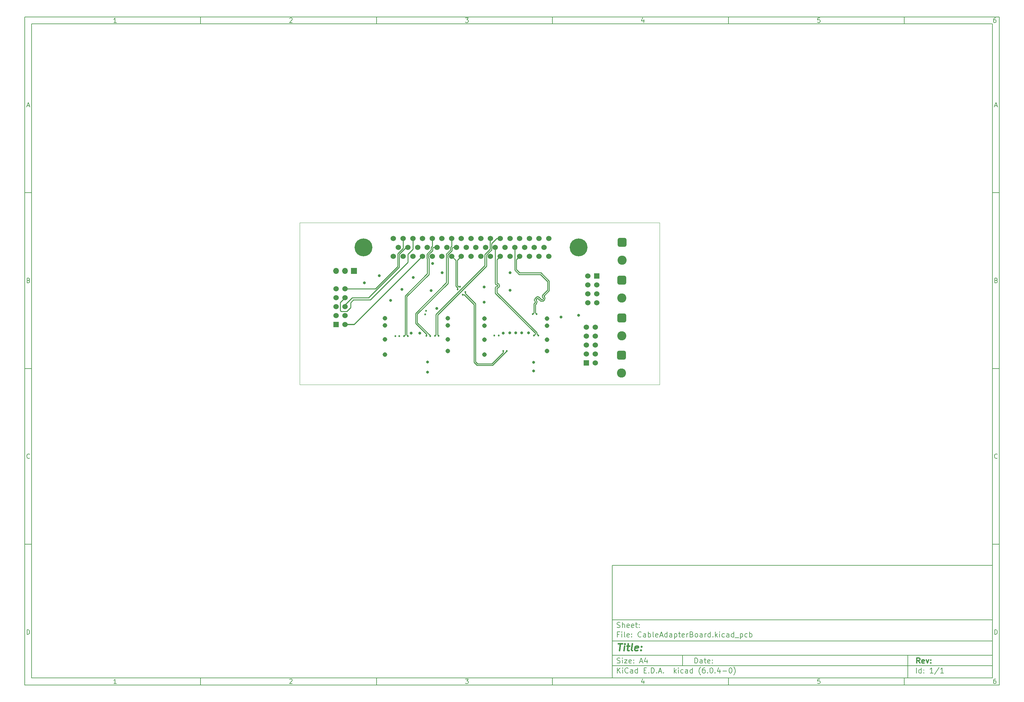
<source format=gbr>
%TF.GenerationSoftware,KiCad,Pcbnew,(6.0.4-0)*%
%TF.CreationDate,2023-08-06T12:43:48-07:00*%
%TF.ProjectId,CableAdapterBoard,4361626c-6541-4646-9170-746572426f61,rev?*%
%TF.SameCoordinates,Original*%
%TF.FileFunction,Copper,L2,Inr*%
%TF.FilePolarity,Positive*%
%FSLAX46Y46*%
G04 Gerber Fmt 4.6, Leading zero omitted, Abs format (unit mm)*
G04 Created by KiCad (PCBNEW (6.0.4-0)) date 2023-08-06 12:43:48*
%MOMM*%
%LPD*%
G01*
G04 APERTURE LIST*
G04 Aperture macros list*
%AMRoundRect*
0 Rectangle with rounded corners*
0 $1 Rounding radius*
0 $2 $3 $4 $5 $6 $7 $8 $9 X,Y pos of 4 corners*
0 Add a 4 corners polygon primitive as box body*
4,1,4,$2,$3,$4,$5,$6,$7,$8,$9,$2,$3,0*
0 Add four circle primitives for the rounded corners*
1,1,$1+$1,$2,$3*
1,1,$1+$1,$4,$5*
1,1,$1+$1,$6,$7*
1,1,$1+$1,$8,$9*
0 Add four rect primitives between the rounded corners*
20,1,$1+$1,$2,$3,$4,$5,0*
20,1,$1+$1,$4,$5,$6,$7,0*
20,1,$1+$1,$6,$7,$8,$9,0*
20,1,$1+$1,$8,$9,$2,$3,0*%
G04 Aperture macros list end*
%ADD10C,0.100000*%
%ADD11C,0.150000*%
%ADD12C,0.300000*%
%ADD13C,0.400000*%
%TA.AperFunction,Profile*%
%ADD14C,0.100000*%
%TD*%
%TA.AperFunction,ComponentPad*%
%ADD15R,1.700000X1.700000*%
%TD*%
%TA.AperFunction,ComponentPad*%
%ADD16O,1.700000X1.700000*%
%TD*%
%TA.AperFunction,ComponentPad*%
%ADD17C,1.308000*%
%TD*%
%TA.AperFunction,ComponentPad*%
%ADD18R,1.530000X1.530000*%
%TD*%
%TA.AperFunction,ComponentPad*%
%ADD19C,1.530000*%
%TD*%
%TA.AperFunction,ComponentPad*%
%ADD20RoundRect,0.650000X-0.650000X0.650000X-0.650000X-0.650000X0.650000X-0.650000X0.650000X0.650000X0*%
%TD*%
%TA.AperFunction,ComponentPad*%
%ADD21C,2.600000*%
%TD*%
%TA.AperFunction,ComponentPad*%
%ADD22C,1.524000*%
%TD*%
%TA.AperFunction,ComponentPad*%
%ADD23C,5.080000*%
%TD*%
%TA.AperFunction,ViaPad*%
%ADD24C,0.800000*%
%TD*%
%TA.AperFunction,ViaPad*%
%ADD25C,0.520700*%
%TD*%
%TA.AperFunction,Conductor*%
%ADD26C,0.228600*%
%TD*%
%TA.AperFunction,Conductor*%
%ADD27C,0.304800*%
%TD*%
G04 APERTURE END LIST*
D10*
D11*
X177002200Y-166007200D02*
X177002200Y-198007200D01*
X285002200Y-198007200D01*
X285002200Y-166007200D01*
X177002200Y-166007200D01*
D10*
D11*
X10000000Y-10000000D02*
X10000000Y-200007200D01*
X287002200Y-200007200D01*
X287002200Y-10000000D01*
X10000000Y-10000000D01*
D10*
D11*
X12000000Y-12000000D02*
X12000000Y-198007200D01*
X285002200Y-198007200D01*
X285002200Y-12000000D01*
X12000000Y-12000000D01*
D10*
D11*
X60000000Y-12000000D02*
X60000000Y-10000000D01*
D10*
D11*
X110000000Y-12000000D02*
X110000000Y-10000000D01*
D10*
D11*
X160000000Y-12000000D02*
X160000000Y-10000000D01*
D10*
D11*
X210000000Y-12000000D02*
X210000000Y-10000000D01*
D10*
D11*
X260000000Y-12000000D02*
X260000000Y-10000000D01*
D10*
D11*
X36065476Y-11588095D02*
X35322619Y-11588095D01*
X35694047Y-11588095D02*
X35694047Y-10288095D01*
X35570238Y-10473809D01*
X35446428Y-10597619D01*
X35322619Y-10659523D01*
D10*
D11*
X85322619Y-10411904D02*
X85384523Y-10350000D01*
X85508333Y-10288095D01*
X85817857Y-10288095D01*
X85941666Y-10350000D01*
X86003571Y-10411904D01*
X86065476Y-10535714D01*
X86065476Y-10659523D01*
X86003571Y-10845238D01*
X85260714Y-11588095D01*
X86065476Y-11588095D01*
D10*
D11*
X135260714Y-10288095D02*
X136065476Y-10288095D01*
X135632142Y-10783333D01*
X135817857Y-10783333D01*
X135941666Y-10845238D01*
X136003571Y-10907142D01*
X136065476Y-11030952D01*
X136065476Y-11340476D01*
X136003571Y-11464285D01*
X135941666Y-11526190D01*
X135817857Y-11588095D01*
X135446428Y-11588095D01*
X135322619Y-11526190D01*
X135260714Y-11464285D01*
D10*
D11*
X185941666Y-10721428D02*
X185941666Y-11588095D01*
X185632142Y-10226190D02*
X185322619Y-11154761D01*
X186127380Y-11154761D01*
D10*
D11*
X236003571Y-10288095D02*
X235384523Y-10288095D01*
X235322619Y-10907142D01*
X235384523Y-10845238D01*
X235508333Y-10783333D01*
X235817857Y-10783333D01*
X235941666Y-10845238D01*
X236003571Y-10907142D01*
X236065476Y-11030952D01*
X236065476Y-11340476D01*
X236003571Y-11464285D01*
X235941666Y-11526190D01*
X235817857Y-11588095D01*
X235508333Y-11588095D01*
X235384523Y-11526190D01*
X235322619Y-11464285D01*
D10*
D11*
X285941666Y-10288095D02*
X285694047Y-10288095D01*
X285570238Y-10350000D01*
X285508333Y-10411904D01*
X285384523Y-10597619D01*
X285322619Y-10845238D01*
X285322619Y-11340476D01*
X285384523Y-11464285D01*
X285446428Y-11526190D01*
X285570238Y-11588095D01*
X285817857Y-11588095D01*
X285941666Y-11526190D01*
X286003571Y-11464285D01*
X286065476Y-11340476D01*
X286065476Y-11030952D01*
X286003571Y-10907142D01*
X285941666Y-10845238D01*
X285817857Y-10783333D01*
X285570238Y-10783333D01*
X285446428Y-10845238D01*
X285384523Y-10907142D01*
X285322619Y-11030952D01*
D10*
D11*
X60000000Y-198007200D02*
X60000000Y-200007200D01*
D10*
D11*
X110000000Y-198007200D02*
X110000000Y-200007200D01*
D10*
D11*
X160000000Y-198007200D02*
X160000000Y-200007200D01*
D10*
D11*
X210000000Y-198007200D02*
X210000000Y-200007200D01*
D10*
D11*
X260000000Y-198007200D02*
X260000000Y-200007200D01*
D10*
D11*
X36065476Y-199595295D02*
X35322619Y-199595295D01*
X35694047Y-199595295D02*
X35694047Y-198295295D01*
X35570238Y-198481009D01*
X35446428Y-198604819D01*
X35322619Y-198666723D01*
D10*
D11*
X85322619Y-198419104D02*
X85384523Y-198357200D01*
X85508333Y-198295295D01*
X85817857Y-198295295D01*
X85941666Y-198357200D01*
X86003571Y-198419104D01*
X86065476Y-198542914D01*
X86065476Y-198666723D01*
X86003571Y-198852438D01*
X85260714Y-199595295D01*
X86065476Y-199595295D01*
D10*
D11*
X135260714Y-198295295D02*
X136065476Y-198295295D01*
X135632142Y-198790533D01*
X135817857Y-198790533D01*
X135941666Y-198852438D01*
X136003571Y-198914342D01*
X136065476Y-199038152D01*
X136065476Y-199347676D01*
X136003571Y-199471485D01*
X135941666Y-199533390D01*
X135817857Y-199595295D01*
X135446428Y-199595295D01*
X135322619Y-199533390D01*
X135260714Y-199471485D01*
D10*
D11*
X185941666Y-198728628D02*
X185941666Y-199595295D01*
X185632142Y-198233390D02*
X185322619Y-199161961D01*
X186127380Y-199161961D01*
D10*
D11*
X236003571Y-198295295D02*
X235384523Y-198295295D01*
X235322619Y-198914342D01*
X235384523Y-198852438D01*
X235508333Y-198790533D01*
X235817857Y-198790533D01*
X235941666Y-198852438D01*
X236003571Y-198914342D01*
X236065476Y-199038152D01*
X236065476Y-199347676D01*
X236003571Y-199471485D01*
X235941666Y-199533390D01*
X235817857Y-199595295D01*
X235508333Y-199595295D01*
X235384523Y-199533390D01*
X235322619Y-199471485D01*
D10*
D11*
X285941666Y-198295295D02*
X285694047Y-198295295D01*
X285570238Y-198357200D01*
X285508333Y-198419104D01*
X285384523Y-198604819D01*
X285322619Y-198852438D01*
X285322619Y-199347676D01*
X285384523Y-199471485D01*
X285446428Y-199533390D01*
X285570238Y-199595295D01*
X285817857Y-199595295D01*
X285941666Y-199533390D01*
X286003571Y-199471485D01*
X286065476Y-199347676D01*
X286065476Y-199038152D01*
X286003571Y-198914342D01*
X285941666Y-198852438D01*
X285817857Y-198790533D01*
X285570238Y-198790533D01*
X285446428Y-198852438D01*
X285384523Y-198914342D01*
X285322619Y-199038152D01*
D10*
D11*
X10000000Y-60000000D02*
X12000000Y-60000000D01*
D10*
D11*
X10000000Y-110000000D02*
X12000000Y-110000000D01*
D10*
D11*
X10000000Y-160000000D02*
X12000000Y-160000000D01*
D10*
D11*
X10690476Y-35216666D02*
X11309523Y-35216666D01*
X10566666Y-35588095D02*
X11000000Y-34288095D01*
X11433333Y-35588095D01*
D10*
D11*
X11092857Y-84907142D02*
X11278571Y-84969047D01*
X11340476Y-85030952D01*
X11402380Y-85154761D01*
X11402380Y-85340476D01*
X11340476Y-85464285D01*
X11278571Y-85526190D01*
X11154761Y-85588095D01*
X10659523Y-85588095D01*
X10659523Y-84288095D01*
X11092857Y-84288095D01*
X11216666Y-84350000D01*
X11278571Y-84411904D01*
X11340476Y-84535714D01*
X11340476Y-84659523D01*
X11278571Y-84783333D01*
X11216666Y-84845238D01*
X11092857Y-84907142D01*
X10659523Y-84907142D01*
D10*
D11*
X11402380Y-135464285D02*
X11340476Y-135526190D01*
X11154761Y-135588095D01*
X11030952Y-135588095D01*
X10845238Y-135526190D01*
X10721428Y-135402380D01*
X10659523Y-135278571D01*
X10597619Y-135030952D01*
X10597619Y-134845238D01*
X10659523Y-134597619D01*
X10721428Y-134473809D01*
X10845238Y-134350000D01*
X11030952Y-134288095D01*
X11154761Y-134288095D01*
X11340476Y-134350000D01*
X11402380Y-134411904D01*
D10*
D11*
X10659523Y-185588095D02*
X10659523Y-184288095D01*
X10969047Y-184288095D01*
X11154761Y-184350000D01*
X11278571Y-184473809D01*
X11340476Y-184597619D01*
X11402380Y-184845238D01*
X11402380Y-185030952D01*
X11340476Y-185278571D01*
X11278571Y-185402380D01*
X11154761Y-185526190D01*
X10969047Y-185588095D01*
X10659523Y-185588095D01*
D10*
D11*
X287002200Y-60000000D02*
X285002200Y-60000000D01*
D10*
D11*
X287002200Y-110000000D02*
X285002200Y-110000000D01*
D10*
D11*
X287002200Y-160000000D02*
X285002200Y-160000000D01*
D10*
D11*
X285692676Y-35216666D02*
X286311723Y-35216666D01*
X285568866Y-35588095D02*
X286002200Y-34288095D01*
X286435533Y-35588095D01*
D10*
D11*
X286095057Y-84907142D02*
X286280771Y-84969047D01*
X286342676Y-85030952D01*
X286404580Y-85154761D01*
X286404580Y-85340476D01*
X286342676Y-85464285D01*
X286280771Y-85526190D01*
X286156961Y-85588095D01*
X285661723Y-85588095D01*
X285661723Y-84288095D01*
X286095057Y-84288095D01*
X286218866Y-84350000D01*
X286280771Y-84411904D01*
X286342676Y-84535714D01*
X286342676Y-84659523D01*
X286280771Y-84783333D01*
X286218866Y-84845238D01*
X286095057Y-84907142D01*
X285661723Y-84907142D01*
D10*
D11*
X286404580Y-135464285D02*
X286342676Y-135526190D01*
X286156961Y-135588095D01*
X286033152Y-135588095D01*
X285847438Y-135526190D01*
X285723628Y-135402380D01*
X285661723Y-135278571D01*
X285599819Y-135030952D01*
X285599819Y-134845238D01*
X285661723Y-134597619D01*
X285723628Y-134473809D01*
X285847438Y-134350000D01*
X286033152Y-134288095D01*
X286156961Y-134288095D01*
X286342676Y-134350000D01*
X286404580Y-134411904D01*
D10*
D11*
X285661723Y-185588095D02*
X285661723Y-184288095D01*
X285971247Y-184288095D01*
X286156961Y-184350000D01*
X286280771Y-184473809D01*
X286342676Y-184597619D01*
X286404580Y-184845238D01*
X286404580Y-185030952D01*
X286342676Y-185278571D01*
X286280771Y-185402380D01*
X286156961Y-185526190D01*
X285971247Y-185588095D01*
X285661723Y-185588095D01*
D10*
D11*
X200434342Y-193785771D02*
X200434342Y-192285771D01*
X200791485Y-192285771D01*
X201005771Y-192357200D01*
X201148628Y-192500057D01*
X201220057Y-192642914D01*
X201291485Y-192928628D01*
X201291485Y-193142914D01*
X201220057Y-193428628D01*
X201148628Y-193571485D01*
X201005771Y-193714342D01*
X200791485Y-193785771D01*
X200434342Y-193785771D01*
X202577200Y-193785771D02*
X202577200Y-193000057D01*
X202505771Y-192857200D01*
X202362914Y-192785771D01*
X202077200Y-192785771D01*
X201934342Y-192857200D01*
X202577200Y-193714342D02*
X202434342Y-193785771D01*
X202077200Y-193785771D01*
X201934342Y-193714342D01*
X201862914Y-193571485D01*
X201862914Y-193428628D01*
X201934342Y-193285771D01*
X202077200Y-193214342D01*
X202434342Y-193214342D01*
X202577200Y-193142914D01*
X203077200Y-192785771D02*
X203648628Y-192785771D01*
X203291485Y-192285771D02*
X203291485Y-193571485D01*
X203362914Y-193714342D01*
X203505771Y-193785771D01*
X203648628Y-193785771D01*
X204720057Y-193714342D02*
X204577200Y-193785771D01*
X204291485Y-193785771D01*
X204148628Y-193714342D01*
X204077200Y-193571485D01*
X204077200Y-193000057D01*
X204148628Y-192857200D01*
X204291485Y-192785771D01*
X204577200Y-192785771D01*
X204720057Y-192857200D01*
X204791485Y-193000057D01*
X204791485Y-193142914D01*
X204077200Y-193285771D01*
X205434342Y-193642914D02*
X205505771Y-193714342D01*
X205434342Y-193785771D01*
X205362914Y-193714342D01*
X205434342Y-193642914D01*
X205434342Y-193785771D01*
X205434342Y-192857200D02*
X205505771Y-192928628D01*
X205434342Y-193000057D01*
X205362914Y-192928628D01*
X205434342Y-192857200D01*
X205434342Y-193000057D01*
D10*
D11*
X177002200Y-194507200D02*
X285002200Y-194507200D01*
D10*
D11*
X178434342Y-196585771D02*
X178434342Y-195085771D01*
X179291485Y-196585771D02*
X178648628Y-195728628D01*
X179291485Y-195085771D02*
X178434342Y-195942914D01*
X179934342Y-196585771D02*
X179934342Y-195585771D01*
X179934342Y-195085771D02*
X179862914Y-195157200D01*
X179934342Y-195228628D01*
X180005771Y-195157200D01*
X179934342Y-195085771D01*
X179934342Y-195228628D01*
X181505771Y-196442914D02*
X181434342Y-196514342D01*
X181220057Y-196585771D01*
X181077200Y-196585771D01*
X180862914Y-196514342D01*
X180720057Y-196371485D01*
X180648628Y-196228628D01*
X180577200Y-195942914D01*
X180577200Y-195728628D01*
X180648628Y-195442914D01*
X180720057Y-195300057D01*
X180862914Y-195157200D01*
X181077200Y-195085771D01*
X181220057Y-195085771D01*
X181434342Y-195157200D01*
X181505771Y-195228628D01*
X182791485Y-196585771D02*
X182791485Y-195800057D01*
X182720057Y-195657200D01*
X182577200Y-195585771D01*
X182291485Y-195585771D01*
X182148628Y-195657200D01*
X182791485Y-196514342D02*
X182648628Y-196585771D01*
X182291485Y-196585771D01*
X182148628Y-196514342D01*
X182077200Y-196371485D01*
X182077200Y-196228628D01*
X182148628Y-196085771D01*
X182291485Y-196014342D01*
X182648628Y-196014342D01*
X182791485Y-195942914D01*
X184148628Y-196585771D02*
X184148628Y-195085771D01*
X184148628Y-196514342D02*
X184005771Y-196585771D01*
X183720057Y-196585771D01*
X183577200Y-196514342D01*
X183505771Y-196442914D01*
X183434342Y-196300057D01*
X183434342Y-195871485D01*
X183505771Y-195728628D01*
X183577200Y-195657200D01*
X183720057Y-195585771D01*
X184005771Y-195585771D01*
X184148628Y-195657200D01*
X186005771Y-195800057D02*
X186505771Y-195800057D01*
X186720057Y-196585771D02*
X186005771Y-196585771D01*
X186005771Y-195085771D01*
X186720057Y-195085771D01*
X187362914Y-196442914D02*
X187434342Y-196514342D01*
X187362914Y-196585771D01*
X187291485Y-196514342D01*
X187362914Y-196442914D01*
X187362914Y-196585771D01*
X188077200Y-196585771D02*
X188077200Y-195085771D01*
X188434342Y-195085771D01*
X188648628Y-195157200D01*
X188791485Y-195300057D01*
X188862914Y-195442914D01*
X188934342Y-195728628D01*
X188934342Y-195942914D01*
X188862914Y-196228628D01*
X188791485Y-196371485D01*
X188648628Y-196514342D01*
X188434342Y-196585771D01*
X188077200Y-196585771D01*
X189577200Y-196442914D02*
X189648628Y-196514342D01*
X189577200Y-196585771D01*
X189505771Y-196514342D01*
X189577200Y-196442914D01*
X189577200Y-196585771D01*
X190220057Y-196157200D02*
X190934342Y-196157200D01*
X190077200Y-196585771D02*
X190577200Y-195085771D01*
X191077200Y-196585771D01*
X191577200Y-196442914D02*
X191648628Y-196514342D01*
X191577200Y-196585771D01*
X191505771Y-196514342D01*
X191577200Y-196442914D01*
X191577200Y-196585771D01*
X194577200Y-196585771D02*
X194577200Y-195085771D01*
X194720057Y-196014342D02*
X195148628Y-196585771D01*
X195148628Y-195585771D02*
X194577200Y-196157200D01*
X195791485Y-196585771D02*
X195791485Y-195585771D01*
X195791485Y-195085771D02*
X195720057Y-195157200D01*
X195791485Y-195228628D01*
X195862914Y-195157200D01*
X195791485Y-195085771D01*
X195791485Y-195228628D01*
X197148628Y-196514342D02*
X197005771Y-196585771D01*
X196720057Y-196585771D01*
X196577200Y-196514342D01*
X196505771Y-196442914D01*
X196434342Y-196300057D01*
X196434342Y-195871485D01*
X196505771Y-195728628D01*
X196577200Y-195657200D01*
X196720057Y-195585771D01*
X197005771Y-195585771D01*
X197148628Y-195657200D01*
X198434342Y-196585771D02*
X198434342Y-195800057D01*
X198362914Y-195657200D01*
X198220057Y-195585771D01*
X197934342Y-195585771D01*
X197791485Y-195657200D01*
X198434342Y-196514342D02*
X198291485Y-196585771D01*
X197934342Y-196585771D01*
X197791485Y-196514342D01*
X197720057Y-196371485D01*
X197720057Y-196228628D01*
X197791485Y-196085771D01*
X197934342Y-196014342D01*
X198291485Y-196014342D01*
X198434342Y-195942914D01*
X199791485Y-196585771D02*
X199791485Y-195085771D01*
X199791485Y-196514342D02*
X199648628Y-196585771D01*
X199362914Y-196585771D01*
X199220057Y-196514342D01*
X199148628Y-196442914D01*
X199077200Y-196300057D01*
X199077200Y-195871485D01*
X199148628Y-195728628D01*
X199220057Y-195657200D01*
X199362914Y-195585771D01*
X199648628Y-195585771D01*
X199791485Y-195657200D01*
X202077200Y-197157200D02*
X202005771Y-197085771D01*
X201862914Y-196871485D01*
X201791485Y-196728628D01*
X201720057Y-196514342D01*
X201648628Y-196157200D01*
X201648628Y-195871485D01*
X201720057Y-195514342D01*
X201791485Y-195300057D01*
X201862914Y-195157200D01*
X202005771Y-194942914D01*
X202077200Y-194871485D01*
X203291485Y-195085771D02*
X203005771Y-195085771D01*
X202862914Y-195157200D01*
X202791485Y-195228628D01*
X202648628Y-195442914D01*
X202577200Y-195728628D01*
X202577200Y-196300057D01*
X202648628Y-196442914D01*
X202720057Y-196514342D01*
X202862914Y-196585771D01*
X203148628Y-196585771D01*
X203291485Y-196514342D01*
X203362914Y-196442914D01*
X203434342Y-196300057D01*
X203434342Y-195942914D01*
X203362914Y-195800057D01*
X203291485Y-195728628D01*
X203148628Y-195657200D01*
X202862914Y-195657200D01*
X202720057Y-195728628D01*
X202648628Y-195800057D01*
X202577200Y-195942914D01*
X204077200Y-196442914D02*
X204148628Y-196514342D01*
X204077200Y-196585771D01*
X204005771Y-196514342D01*
X204077200Y-196442914D01*
X204077200Y-196585771D01*
X205077200Y-195085771D02*
X205220057Y-195085771D01*
X205362914Y-195157200D01*
X205434342Y-195228628D01*
X205505771Y-195371485D01*
X205577200Y-195657200D01*
X205577200Y-196014342D01*
X205505771Y-196300057D01*
X205434342Y-196442914D01*
X205362914Y-196514342D01*
X205220057Y-196585771D01*
X205077200Y-196585771D01*
X204934342Y-196514342D01*
X204862914Y-196442914D01*
X204791485Y-196300057D01*
X204720057Y-196014342D01*
X204720057Y-195657200D01*
X204791485Y-195371485D01*
X204862914Y-195228628D01*
X204934342Y-195157200D01*
X205077200Y-195085771D01*
X206220057Y-196442914D02*
X206291485Y-196514342D01*
X206220057Y-196585771D01*
X206148628Y-196514342D01*
X206220057Y-196442914D01*
X206220057Y-196585771D01*
X207577200Y-195585771D02*
X207577200Y-196585771D01*
X207220057Y-195014342D02*
X206862914Y-196085771D01*
X207791485Y-196085771D01*
X208362914Y-196014342D02*
X209505771Y-196014342D01*
X210505771Y-195085771D02*
X210648628Y-195085771D01*
X210791485Y-195157200D01*
X210862914Y-195228628D01*
X210934342Y-195371485D01*
X211005771Y-195657200D01*
X211005771Y-196014342D01*
X210934342Y-196300057D01*
X210862914Y-196442914D01*
X210791485Y-196514342D01*
X210648628Y-196585771D01*
X210505771Y-196585771D01*
X210362914Y-196514342D01*
X210291485Y-196442914D01*
X210220057Y-196300057D01*
X210148628Y-196014342D01*
X210148628Y-195657200D01*
X210220057Y-195371485D01*
X210291485Y-195228628D01*
X210362914Y-195157200D01*
X210505771Y-195085771D01*
X211505771Y-197157200D02*
X211577200Y-197085771D01*
X211720057Y-196871485D01*
X211791485Y-196728628D01*
X211862914Y-196514342D01*
X211934342Y-196157200D01*
X211934342Y-195871485D01*
X211862914Y-195514342D01*
X211791485Y-195300057D01*
X211720057Y-195157200D01*
X211577200Y-194942914D01*
X211505771Y-194871485D01*
D10*
D11*
X177002200Y-191507200D02*
X285002200Y-191507200D01*
D10*
D12*
X264411485Y-193785771D02*
X263911485Y-193071485D01*
X263554342Y-193785771D02*
X263554342Y-192285771D01*
X264125771Y-192285771D01*
X264268628Y-192357200D01*
X264340057Y-192428628D01*
X264411485Y-192571485D01*
X264411485Y-192785771D01*
X264340057Y-192928628D01*
X264268628Y-193000057D01*
X264125771Y-193071485D01*
X263554342Y-193071485D01*
X265625771Y-193714342D02*
X265482914Y-193785771D01*
X265197200Y-193785771D01*
X265054342Y-193714342D01*
X264982914Y-193571485D01*
X264982914Y-193000057D01*
X265054342Y-192857200D01*
X265197200Y-192785771D01*
X265482914Y-192785771D01*
X265625771Y-192857200D01*
X265697200Y-193000057D01*
X265697200Y-193142914D01*
X264982914Y-193285771D01*
X266197200Y-192785771D02*
X266554342Y-193785771D01*
X266911485Y-192785771D01*
X267482914Y-193642914D02*
X267554342Y-193714342D01*
X267482914Y-193785771D01*
X267411485Y-193714342D01*
X267482914Y-193642914D01*
X267482914Y-193785771D01*
X267482914Y-192857200D02*
X267554342Y-192928628D01*
X267482914Y-193000057D01*
X267411485Y-192928628D01*
X267482914Y-192857200D01*
X267482914Y-193000057D01*
D10*
D11*
X178362914Y-193714342D02*
X178577200Y-193785771D01*
X178934342Y-193785771D01*
X179077200Y-193714342D01*
X179148628Y-193642914D01*
X179220057Y-193500057D01*
X179220057Y-193357200D01*
X179148628Y-193214342D01*
X179077200Y-193142914D01*
X178934342Y-193071485D01*
X178648628Y-193000057D01*
X178505771Y-192928628D01*
X178434342Y-192857200D01*
X178362914Y-192714342D01*
X178362914Y-192571485D01*
X178434342Y-192428628D01*
X178505771Y-192357200D01*
X178648628Y-192285771D01*
X179005771Y-192285771D01*
X179220057Y-192357200D01*
X179862914Y-193785771D02*
X179862914Y-192785771D01*
X179862914Y-192285771D02*
X179791485Y-192357200D01*
X179862914Y-192428628D01*
X179934342Y-192357200D01*
X179862914Y-192285771D01*
X179862914Y-192428628D01*
X180434342Y-192785771D02*
X181220057Y-192785771D01*
X180434342Y-193785771D01*
X181220057Y-193785771D01*
X182362914Y-193714342D02*
X182220057Y-193785771D01*
X181934342Y-193785771D01*
X181791485Y-193714342D01*
X181720057Y-193571485D01*
X181720057Y-193000057D01*
X181791485Y-192857200D01*
X181934342Y-192785771D01*
X182220057Y-192785771D01*
X182362914Y-192857200D01*
X182434342Y-193000057D01*
X182434342Y-193142914D01*
X181720057Y-193285771D01*
X183077200Y-193642914D02*
X183148628Y-193714342D01*
X183077200Y-193785771D01*
X183005771Y-193714342D01*
X183077200Y-193642914D01*
X183077200Y-193785771D01*
X183077200Y-192857200D02*
X183148628Y-192928628D01*
X183077200Y-193000057D01*
X183005771Y-192928628D01*
X183077200Y-192857200D01*
X183077200Y-193000057D01*
X184862914Y-193357200D02*
X185577200Y-193357200D01*
X184720057Y-193785771D02*
X185220057Y-192285771D01*
X185720057Y-193785771D01*
X186862914Y-192785771D02*
X186862914Y-193785771D01*
X186505771Y-192214342D02*
X186148628Y-193285771D01*
X187077200Y-193285771D01*
D10*
D11*
X263434342Y-196585771D02*
X263434342Y-195085771D01*
X264791485Y-196585771D02*
X264791485Y-195085771D01*
X264791485Y-196514342D02*
X264648628Y-196585771D01*
X264362914Y-196585771D01*
X264220057Y-196514342D01*
X264148628Y-196442914D01*
X264077200Y-196300057D01*
X264077200Y-195871485D01*
X264148628Y-195728628D01*
X264220057Y-195657200D01*
X264362914Y-195585771D01*
X264648628Y-195585771D01*
X264791485Y-195657200D01*
X265505771Y-196442914D02*
X265577200Y-196514342D01*
X265505771Y-196585771D01*
X265434342Y-196514342D01*
X265505771Y-196442914D01*
X265505771Y-196585771D01*
X265505771Y-195657200D02*
X265577200Y-195728628D01*
X265505771Y-195800057D01*
X265434342Y-195728628D01*
X265505771Y-195657200D01*
X265505771Y-195800057D01*
X268148628Y-196585771D02*
X267291485Y-196585771D01*
X267720057Y-196585771D02*
X267720057Y-195085771D01*
X267577200Y-195300057D01*
X267434342Y-195442914D01*
X267291485Y-195514342D01*
X269862914Y-195014342D02*
X268577200Y-196942914D01*
X271148628Y-196585771D02*
X270291485Y-196585771D01*
X270720057Y-196585771D02*
X270720057Y-195085771D01*
X270577200Y-195300057D01*
X270434342Y-195442914D01*
X270291485Y-195514342D01*
D10*
D11*
X177002200Y-187507200D02*
X285002200Y-187507200D01*
D10*
D13*
X178714580Y-188211961D02*
X179857438Y-188211961D01*
X179036009Y-190211961D02*
X179286009Y-188211961D01*
X180274104Y-190211961D02*
X180440771Y-188878628D01*
X180524104Y-188211961D02*
X180416961Y-188307200D01*
X180500295Y-188402438D01*
X180607438Y-188307200D01*
X180524104Y-188211961D01*
X180500295Y-188402438D01*
X181107438Y-188878628D02*
X181869342Y-188878628D01*
X181476485Y-188211961D02*
X181262200Y-189926247D01*
X181333628Y-190116723D01*
X181512200Y-190211961D01*
X181702676Y-190211961D01*
X182655057Y-190211961D02*
X182476485Y-190116723D01*
X182405057Y-189926247D01*
X182619342Y-188211961D01*
X184190771Y-190116723D02*
X183988390Y-190211961D01*
X183607438Y-190211961D01*
X183428866Y-190116723D01*
X183357438Y-189926247D01*
X183452676Y-189164342D01*
X183571723Y-188973866D01*
X183774104Y-188878628D01*
X184155057Y-188878628D01*
X184333628Y-188973866D01*
X184405057Y-189164342D01*
X184381247Y-189354819D01*
X183405057Y-189545295D01*
X185155057Y-190021485D02*
X185238390Y-190116723D01*
X185131247Y-190211961D01*
X185047914Y-190116723D01*
X185155057Y-190021485D01*
X185131247Y-190211961D01*
X185286009Y-188973866D02*
X185369342Y-189069104D01*
X185262200Y-189164342D01*
X185178866Y-189069104D01*
X185286009Y-188973866D01*
X185262200Y-189164342D01*
D10*
D11*
X178934342Y-185600057D02*
X178434342Y-185600057D01*
X178434342Y-186385771D02*
X178434342Y-184885771D01*
X179148628Y-184885771D01*
X179720057Y-186385771D02*
X179720057Y-185385771D01*
X179720057Y-184885771D02*
X179648628Y-184957200D01*
X179720057Y-185028628D01*
X179791485Y-184957200D01*
X179720057Y-184885771D01*
X179720057Y-185028628D01*
X180648628Y-186385771D02*
X180505771Y-186314342D01*
X180434342Y-186171485D01*
X180434342Y-184885771D01*
X181791485Y-186314342D02*
X181648628Y-186385771D01*
X181362914Y-186385771D01*
X181220057Y-186314342D01*
X181148628Y-186171485D01*
X181148628Y-185600057D01*
X181220057Y-185457200D01*
X181362914Y-185385771D01*
X181648628Y-185385771D01*
X181791485Y-185457200D01*
X181862914Y-185600057D01*
X181862914Y-185742914D01*
X181148628Y-185885771D01*
X182505771Y-186242914D02*
X182577200Y-186314342D01*
X182505771Y-186385771D01*
X182434342Y-186314342D01*
X182505771Y-186242914D01*
X182505771Y-186385771D01*
X182505771Y-185457200D02*
X182577200Y-185528628D01*
X182505771Y-185600057D01*
X182434342Y-185528628D01*
X182505771Y-185457200D01*
X182505771Y-185600057D01*
X185220057Y-186242914D02*
X185148628Y-186314342D01*
X184934342Y-186385771D01*
X184791485Y-186385771D01*
X184577200Y-186314342D01*
X184434342Y-186171485D01*
X184362914Y-186028628D01*
X184291485Y-185742914D01*
X184291485Y-185528628D01*
X184362914Y-185242914D01*
X184434342Y-185100057D01*
X184577200Y-184957200D01*
X184791485Y-184885771D01*
X184934342Y-184885771D01*
X185148628Y-184957200D01*
X185220057Y-185028628D01*
X186505771Y-186385771D02*
X186505771Y-185600057D01*
X186434342Y-185457200D01*
X186291485Y-185385771D01*
X186005771Y-185385771D01*
X185862914Y-185457200D01*
X186505771Y-186314342D02*
X186362914Y-186385771D01*
X186005771Y-186385771D01*
X185862914Y-186314342D01*
X185791485Y-186171485D01*
X185791485Y-186028628D01*
X185862914Y-185885771D01*
X186005771Y-185814342D01*
X186362914Y-185814342D01*
X186505771Y-185742914D01*
X187220057Y-186385771D02*
X187220057Y-184885771D01*
X187220057Y-185457200D02*
X187362914Y-185385771D01*
X187648628Y-185385771D01*
X187791485Y-185457200D01*
X187862914Y-185528628D01*
X187934342Y-185671485D01*
X187934342Y-186100057D01*
X187862914Y-186242914D01*
X187791485Y-186314342D01*
X187648628Y-186385771D01*
X187362914Y-186385771D01*
X187220057Y-186314342D01*
X188791485Y-186385771D02*
X188648628Y-186314342D01*
X188577200Y-186171485D01*
X188577200Y-184885771D01*
X189934342Y-186314342D02*
X189791485Y-186385771D01*
X189505771Y-186385771D01*
X189362914Y-186314342D01*
X189291485Y-186171485D01*
X189291485Y-185600057D01*
X189362914Y-185457200D01*
X189505771Y-185385771D01*
X189791485Y-185385771D01*
X189934342Y-185457200D01*
X190005771Y-185600057D01*
X190005771Y-185742914D01*
X189291485Y-185885771D01*
X190577200Y-185957200D02*
X191291485Y-185957200D01*
X190434342Y-186385771D02*
X190934342Y-184885771D01*
X191434342Y-186385771D01*
X192577200Y-186385771D02*
X192577200Y-184885771D01*
X192577200Y-186314342D02*
X192434342Y-186385771D01*
X192148628Y-186385771D01*
X192005771Y-186314342D01*
X191934342Y-186242914D01*
X191862914Y-186100057D01*
X191862914Y-185671485D01*
X191934342Y-185528628D01*
X192005771Y-185457200D01*
X192148628Y-185385771D01*
X192434342Y-185385771D01*
X192577200Y-185457200D01*
X193934342Y-186385771D02*
X193934342Y-185600057D01*
X193862914Y-185457200D01*
X193720057Y-185385771D01*
X193434342Y-185385771D01*
X193291485Y-185457200D01*
X193934342Y-186314342D02*
X193791485Y-186385771D01*
X193434342Y-186385771D01*
X193291485Y-186314342D01*
X193220057Y-186171485D01*
X193220057Y-186028628D01*
X193291485Y-185885771D01*
X193434342Y-185814342D01*
X193791485Y-185814342D01*
X193934342Y-185742914D01*
X194648628Y-185385771D02*
X194648628Y-186885771D01*
X194648628Y-185457200D02*
X194791485Y-185385771D01*
X195077200Y-185385771D01*
X195220057Y-185457200D01*
X195291485Y-185528628D01*
X195362914Y-185671485D01*
X195362914Y-186100057D01*
X195291485Y-186242914D01*
X195220057Y-186314342D01*
X195077200Y-186385771D01*
X194791485Y-186385771D01*
X194648628Y-186314342D01*
X195791485Y-185385771D02*
X196362914Y-185385771D01*
X196005771Y-184885771D02*
X196005771Y-186171485D01*
X196077200Y-186314342D01*
X196220057Y-186385771D01*
X196362914Y-186385771D01*
X197434342Y-186314342D02*
X197291485Y-186385771D01*
X197005771Y-186385771D01*
X196862914Y-186314342D01*
X196791485Y-186171485D01*
X196791485Y-185600057D01*
X196862914Y-185457200D01*
X197005771Y-185385771D01*
X197291485Y-185385771D01*
X197434342Y-185457200D01*
X197505771Y-185600057D01*
X197505771Y-185742914D01*
X196791485Y-185885771D01*
X198148628Y-186385771D02*
X198148628Y-185385771D01*
X198148628Y-185671485D02*
X198220057Y-185528628D01*
X198291485Y-185457200D01*
X198434342Y-185385771D01*
X198577200Y-185385771D01*
X199577200Y-185600057D02*
X199791485Y-185671485D01*
X199862914Y-185742914D01*
X199934342Y-185885771D01*
X199934342Y-186100057D01*
X199862914Y-186242914D01*
X199791485Y-186314342D01*
X199648628Y-186385771D01*
X199077200Y-186385771D01*
X199077200Y-184885771D01*
X199577200Y-184885771D01*
X199720057Y-184957200D01*
X199791485Y-185028628D01*
X199862914Y-185171485D01*
X199862914Y-185314342D01*
X199791485Y-185457200D01*
X199720057Y-185528628D01*
X199577200Y-185600057D01*
X199077200Y-185600057D01*
X200791485Y-186385771D02*
X200648628Y-186314342D01*
X200577200Y-186242914D01*
X200505771Y-186100057D01*
X200505771Y-185671485D01*
X200577200Y-185528628D01*
X200648628Y-185457200D01*
X200791485Y-185385771D01*
X201005771Y-185385771D01*
X201148628Y-185457200D01*
X201220057Y-185528628D01*
X201291485Y-185671485D01*
X201291485Y-186100057D01*
X201220057Y-186242914D01*
X201148628Y-186314342D01*
X201005771Y-186385771D01*
X200791485Y-186385771D01*
X202577200Y-186385771D02*
X202577200Y-185600057D01*
X202505771Y-185457200D01*
X202362914Y-185385771D01*
X202077200Y-185385771D01*
X201934342Y-185457200D01*
X202577200Y-186314342D02*
X202434342Y-186385771D01*
X202077200Y-186385771D01*
X201934342Y-186314342D01*
X201862914Y-186171485D01*
X201862914Y-186028628D01*
X201934342Y-185885771D01*
X202077200Y-185814342D01*
X202434342Y-185814342D01*
X202577200Y-185742914D01*
X203291485Y-186385771D02*
X203291485Y-185385771D01*
X203291485Y-185671485D02*
X203362914Y-185528628D01*
X203434342Y-185457200D01*
X203577200Y-185385771D01*
X203720057Y-185385771D01*
X204862914Y-186385771D02*
X204862914Y-184885771D01*
X204862914Y-186314342D02*
X204720057Y-186385771D01*
X204434342Y-186385771D01*
X204291485Y-186314342D01*
X204220057Y-186242914D01*
X204148628Y-186100057D01*
X204148628Y-185671485D01*
X204220057Y-185528628D01*
X204291485Y-185457200D01*
X204434342Y-185385771D01*
X204720057Y-185385771D01*
X204862914Y-185457200D01*
X205577200Y-186242914D02*
X205648628Y-186314342D01*
X205577200Y-186385771D01*
X205505771Y-186314342D01*
X205577200Y-186242914D01*
X205577200Y-186385771D01*
X206291485Y-186385771D02*
X206291485Y-184885771D01*
X206434342Y-185814342D02*
X206862914Y-186385771D01*
X206862914Y-185385771D02*
X206291485Y-185957200D01*
X207505771Y-186385771D02*
X207505771Y-185385771D01*
X207505771Y-184885771D02*
X207434342Y-184957200D01*
X207505771Y-185028628D01*
X207577200Y-184957200D01*
X207505771Y-184885771D01*
X207505771Y-185028628D01*
X208862914Y-186314342D02*
X208720057Y-186385771D01*
X208434342Y-186385771D01*
X208291485Y-186314342D01*
X208220057Y-186242914D01*
X208148628Y-186100057D01*
X208148628Y-185671485D01*
X208220057Y-185528628D01*
X208291485Y-185457200D01*
X208434342Y-185385771D01*
X208720057Y-185385771D01*
X208862914Y-185457200D01*
X210148628Y-186385771D02*
X210148628Y-185600057D01*
X210077200Y-185457200D01*
X209934342Y-185385771D01*
X209648628Y-185385771D01*
X209505771Y-185457200D01*
X210148628Y-186314342D02*
X210005771Y-186385771D01*
X209648628Y-186385771D01*
X209505771Y-186314342D01*
X209434342Y-186171485D01*
X209434342Y-186028628D01*
X209505771Y-185885771D01*
X209648628Y-185814342D01*
X210005771Y-185814342D01*
X210148628Y-185742914D01*
X211505771Y-186385771D02*
X211505771Y-184885771D01*
X211505771Y-186314342D02*
X211362914Y-186385771D01*
X211077200Y-186385771D01*
X210934342Y-186314342D01*
X210862914Y-186242914D01*
X210791485Y-186100057D01*
X210791485Y-185671485D01*
X210862914Y-185528628D01*
X210934342Y-185457200D01*
X211077200Y-185385771D01*
X211362914Y-185385771D01*
X211505771Y-185457200D01*
X211862914Y-186528628D02*
X213005771Y-186528628D01*
X213362914Y-185385771D02*
X213362914Y-186885771D01*
X213362914Y-185457200D02*
X213505771Y-185385771D01*
X213791485Y-185385771D01*
X213934342Y-185457200D01*
X214005771Y-185528628D01*
X214077200Y-185671485D01*
X214077200Y-186100057D01*
X214005771Y-186242914D01*
X213934342Y-186314342D01*
X213791485Y-186385771D01*
X213505771Y-186385771D01*
X213362914Y-186314342D01*
X215362914Y-186314342D02*
X215220057Y-186385771D01*
X214934342Y-186385771D01*
X214791485Y-186314342D01*
X214720057Y-186242914D01*
X214648628Y-186100057D01*
X214648628Y-185671485D01*
X214720057Y-185528628D01*
X214791485Y-185457200D01*
X214934342Y-185385771D01*
X215220057Y-185385771D01*
X215362914Y-185457200D01*
X216005771Y-186385771D02*
X216005771Y-184885771D01*
X216005771Y-185457200D02*
X216148628Y-185385771D01*
X216434342Y-185385771D01*
X216577200Y-185457200D01*
X216648628Y-185528628D01*
X216720057Y-185671485D01*
X216720057Y-186100057D01*
X216648628Y-186242914D01*
X216577200Y-186314342D01*
X216434342Y-186385771D01*
X216148628Y-186385771D01*
X216005771Y-186314342D01*
D10*
D11*
X177002200Y-181507200D02*
X285002200Y-181507200D01*
D10*
D11*
X178362914Y-183614342D02*
X178577200Y-183685771D01*
X178934342Y-183685771D01*
X179077200Y-183614342D01*
X179148628Y-183542914D01*
X179220057Y-183400057D01*
X179220057Y-183257200D01*
X179148628Y-183114342D01*
X179077200Y-183042914D01*
X178934342Y-182971485D01*
X178648628Y-182900057D01*
X178505771Y-182828628D01*
X178434342Y-182757200D01*
X178362914Y-182614342D01*
X178362914Y-182471485D01*
X178434342Y-182328628D01*
X178505771Y-182257200D01*
X178648628Y-182185771D01*
X179005771Y-182185771D01*
X179220057Y-182257200D01*
X179862914Y-183685771D02*
X179862914Y-182185771D01*
X180505771Y-183685771D02*
X180505771Y-182900057D01*
X180434342Y-182757200D01*
X180291485Y-182685771D01*
X180077200Y-182685771D01*
X179934342Y-182757200D01*
X179862914Y-182828628D01*
X181791485Y-183614342D02*
X181648628Y-183685771D01*
X181362914Y-183685771D01*
X181220057Y-183614342D01*
X181148628Y-183471485D01*
X181148628Y-182900057D01*
X181220057Y-182757200D01*
X181362914Y-182685771D01*
X181648628Y-182685771D01*
X181791485Y-182757200D01*
X181862914Y-182900057D01*
X181862914Y-183042914D01*
X181148628Y-183185771D01*
X183077200Y-183614342D02*
X182934342Y-183685771D01*
X182648628Y-183685771D01*
X182505771Y-183614342D01*
X182434342Y-183471485D01*
X182434342Y-182900057D01*
X182505771Y-182757200D01*
X182648628Y-182685771D01*
X182934342Y-182685771D01*
X183077200Y-182757200D01*
X183148628Y-182900057D01*
X183148628Y-183042914D01*
X182434342Y-183185771D01*
X183577200Y-182685771D02*
X184148628Y-182685771D01*
X183791485Y-182185771D02*
X183791485Y-183471485D01*
X183862914Y-183614342D01*
X184005771Y-183685771D01*
X184148628Y-183685771D01*
X184648628Y-183542914D02*
X184720057Y-183614342D01*
X184648628Y-183685771D01*
X184577200Y-183614342D01*
X184648628Y-183542914D01*
X184648628Y-183685771D01*
X184648628Y-182757200D02*
X184720057Y-182828628D01*
X184648628Y-182900057D01*
X184577200Y-182828628D01*
X184648628Y-182757200D01*
X184648628Y-182900057D01*
D10*
D12*
D10*
D11*
D10*
D11*
D10*
D11*
D10*
D11*
D10*
D11*
X197002200Y-191507200D02*
X197002200Y-194507200D01*
D10*
D11*
X261002200Y-191507200D02*
X261002200Y-198007200D01*
D14*
X190480000Y-68510000D02*
X190480000Y-114600000D01*
X190480000Y-114600000D02*
X88130000Y-114600000D01*
X88130000Y-114600000D02*
X88130000Y-68510000D01*
X88130000Y-68510000D02*
X162400000Y-68510000D01*
X162400000Y-68510000D02*
X190480000Y-68510000D01*
D15*
%TO.N,DGND*%
%TO.C,JP1*%
X103610000Y-82200000D03*
D16*
%TO.N,/d-sub-shield*%
X101070000Y-82200000D03*
%TO.N,AGND*%
X98530000Y-82200000D03*
%TD*%
D17*
%TO.N,DGND*%
%TO.C,J21*%
X158425000Y-105040000D03*
X158425000Y-101800000D03*
X158425000Y-97800000D03*
X158425000Y-95770000D03*
X140625000Y-95770000D03*
X140625000Y-97800000D03*
X140625000Y-101800000D03*
X140625000Y-106040000D03*
%TD*%
D18*
%TO.N,AGND*%
%TO.C,J2*%
X169595000Y-108422500D03*
D19*
%TO.N,unconnected-(J2-Pad02)*%
X169595000Y-105882500D03*
%TO.N,unconnected-(J2-Pad03)*%
X169595000Y-103342500D03*
%TO.N,unconnected-(J2-Pad04)*%
X169595000Y-100802500D03*
%TO.N,AGND*%
X169595000Y-98262500D03*
%TO.N,unconnected-(J2-Pad06)*%
X172135000Y-108422500D03*
%TO.N,unconnected-(J2-Pad07)*%
X172135000Y-105882500D03*
%TO.N,unconnected-(J2-Pad08)*%
X172135000Y-103342500D03*
%TO.N,/VDD2_Sense*%
X172135000Y-100802500D03*
%TO.N,/VDD1_Sense*%
X172135000Y-98262500D03*
%TD*%
D20*
%TO.N,DGND*%
%TO.C,TP4*%
X179600000Y-106220000D03*
D21*
%TO.N,/VDD2_Sense*%
X179600000Y-111300000D03*
%TD*%
D18*
%TO.N,AGND*%
%TO.C,J3*%
X98495000Y-97497500D03*
D19*
X98495000Y-94957500D03*
X98495000Y-92417500D03*
X98495000Y-89877500D03*
X98495000Y-87337500D03*
%TO.N,/HS_Vdiff*%
X101035000Y-97497500D03*
%TO.N,unconnected-(J3-Pad07)*%
X101035000Y-94957500D03*
%TO.N,/ADC_MON_VIN_P*%
X101035000Y-92417500D03*
%TO.N,/ADC_MON_VCOM*%
X101035000Y-89877500D03*
%TO.N,/ADC_MON_VIN_N*%
X101035000Y-87337500D03*
%TD*%
D20*
%TO.N,AGND*%
%TO.C,TP2*%
X179720000Y-84890000D03*
D21*
%TO.N,/VDD1*%
X179720000Y-89970000D03*
%TD*%
D20*
%TO.N,DGND*%
%TO.C,TP3*%
X179770000Y-74100000D03*
D21*
%TO.N,/VDD2*%
X179770000Y-79180000D03*
%TD*%
D17*
%TO.N,DGND*%
%TO.C,J31*%
X130225000Y-104990000D03*
X130225000Y-101750000D03*
X130225000Y-97750000D03*
X130225000Y-95720000D03*
X112425000Y-95720000D03*
X112425000Y-97750000D03*
X112425000Y-101750000D03*
X112425000Y-105990000D03*
%TD*%
D18*
%TO.N,AGND*%
%TO.C,J1*%
X172595000Y-83665000D03*
D19*
X172595000Y-86205000D03*
X172595000Y-88745000D03*
X172595000Y-91285000D03*
%TO.N,/VDD2*%
X170055000Y-83665000D03*
X170055000Y-86205000D03*
%TO.N,/VDD1*%
X170055000Y-88745000D03*
X170055000Y-91285000D03*
%TD*%
D22*
%TO.N,DGND*%
%TO.C,DSUB1*%
X158938600Y-78086500D03*
%TO.N,/RD_CLK_P*%
X156195400Y-78086500D03*
%TO.N,DGND*%
X153426800Y-78086500D03*
%TO.N,/DATA_OUT_1_P*%
X150658200Y-78086500D03*
%TO.N,DGND*%
X147915000Y-78086500D03*
%TO.N,/DATA_OUT_0_P*%
X145146400Y-78086500D03*
%TO.N,DGND*%
X142377800Y-78086500D03*
%TO.N,/ASIC_SR0_P*%
X139634600Y-78086500D03*
%TO.N,DGND*%
X136866000Y-78086500D03*
%TO.N,/WORD_CLK_0_N*%
X134097400Y-78086500D03*
%TO.N,/WORD_CLK_0_P*%
X131354200Y-78086500D03*
%TO.N,DGND*%
X128585600Y-78086500D03*
%TO.N,AGND*%
X125817000Y-78086500D03*
%TO.N,/HS_Vdiff*%
X123073800Y-78086500D03*
%TO.N,/VDD1*%
X120305200Y-78086500D03*
X117536600Y-78086500D03*
%TO.N,AGND*%
X114793400Y-78086500D03*
%TO.N,/VDD2*%
X157567000Y-75546500D03*
%TO.N,/RD_CLK_N*%
X154798400Y-75546500D03*
%TO.N,DGND*%
X152055200Y-75546500D03*
%TO.N,/DATA_OUT_1_N*%
X149286600Y-75546500D03*
%TO.N,DGND*%
X146518000Y-75546500D03*
%TO.N,/DATA_OUT_0_N*%
X143749400Y-75546500D03*
%TO.N,/ASIC_GR*%
X141006200Y-75546500D03*
%TO.N,/ASIC_SR0_N*%
X138237600Y-75546500D03*
%TO.N,DGND*%
X135469000Y-75546500D03*
%TO.N,/SACI_CMD_P*%
X132725800Y-75546500D03*
%TO.N,DGND*%
X129957200Y-75546500D03*
%TO.N,/SACI_CLK_P*%
X127188600Y-75546500D03*
%TO.N,/ASIC_SACI_SEL*%
X124445400Y-75546500D03*
%TO.N,AGND*%
X121676800Y-75546500D03*
%TO.N,/ADC_MON_VIN_P*%
X118908200Y-75546500D03*
%TO.N,AGND*%
X116165000Y-75546500D03*
%TO.N,/VDD2*%
X158938600Y-73006500D03*
%TO.N,/ASIC_SampClkEn_P*%
X156195400Y-73006500D03*
%TO.N,/ASIC_SampClkEn_N*%
X153426800Y-73006500D03*
%TO.N,/VDD2_Sense*%
X150658200Y-73006500D03*
%TO.N,DGND*%
X147915000Y-73006500D03*
%TO.N,/SACI_RESP_P*%
X145146400Y-73006500D03*
%TO.N,/SACI_RESP_N*%
X142377800Y-73006500D03*
%TO.N,DGND*%
X139634600Y-73006500D03*
X136866000Y-73006500D03*
%TO.N,/ASIC_PULSE*%
X134097400Y-73006500D03*
%TO.N,/SACI_CMD_N*%
X131354200Y-73006500D03*
%TO.N,DGND*%
X128585600Y-73006500D03*
%TO.N,/SACI_CLK_N*%
X125817000Y-73006500D03*
%TO.N,AGND*%
X123073800Y-73006500D03*
%TO.N,/ADC_MON_VCOM*%
X120305200Y-73006500D03*
%TO.N,/ADC_MON_VIN_N*%
X117536600Y-73006500D03*
%TO.N,/VDD1_Sense*%
X114793400Y-73006500D03*
D23*
%TO.N,/d-sub-shield*%
X106309800Y-75546500D03*
X167422200Y-75546500D03*
%TD*%
D20*
%TO.N,AGND*%
%TO.C,TP1*%
X179670000Y-95630000D03*
D21*
%TO.N,/VDD1_Sense*%
X179670000Y-100710000D03*
%TD*%
D24*
%TO.N,DGND*%
X119840000Y-99900000D03*
X147920000Y-87730000D03*
X162420000Y-95360000D03*
X145980000Y-99900000D03*
X110800000Y-83560000D03*
X125520000Y-87840000D03*
X114000000Y-90600000D03*
X128610000Y-82720000D03*
X140580000Y-86820000D03*
X125910000Y-80150000D03*
X140580000Y-91140000D03*
X117200000Y-87460000D03*
X124520000Y-108170000D03*
X147920000Y-82770000D03*
X154610000Y-108190000D03*
X120390000Y-84110000D03*
X153170000Y-99890000D03*
X122320000Y-99900000D03*
X149560000Y-99890000D03*
X151260000Y-99890000D03*
X147840000Y-99890000D03*
D25*
%TO.N,/RD_CLK_P*%
X144760000Y-100620000D03*
%TO.N,/DATA_OUT_1_P*%
X155510001Y-94499989D03*
%TO.N,/DATA_OUT_0_P*%
X155970000Y-100620000D03*
%TO.N,/ASIC_SR0_P*%
X116480006Y-100819991D03*
%TO.N,/WORD_CLK_0_N*%
X145999987Y-104999993D03*
X133746240Y-86753776D03*
X135239430Y-88246966D03*
%TO.N,/WORD_CLK_0_P*%
X147049998Y-104999993D03*
X134496962Y-88989433D03*
X133003773Y-87496244D03*
D24*
%TO.N,AGND*%
X167390000Y-94890000D03*
X154600000Y-110660000D03*
X106540000Y-85610000D03*
X124450000Y-111020000D03*
D25*
%TO.N,/RD_CLK_N*%
X143460000Y-100630000D03*
%TO.N,/DATA_OUT_1_N*%
X154359991Y-94499989D03*
%TO.N,/DATA_OUT_0_N*%
X154700000Y-100620000D03*
%TO.N,/ASIC_SR0_N*%
X115380008Y-100819991D03*
%TO.N,/SACI_CMD_P*%
X125270006Y-100740007D03*
%TO.N,/SACI_CLK_P*%
X118869993Y-100800002D03*
D24*
%TO.N,/ASIC_SACI_SEL*%
X127125000Y-92925000D03*
D25*
%TO.N,/ASIC_SampClkEn_P*%
X124060001Y-93590008D03*
%TO.N,/ASIC_SampClkEn_N*%
X123820000Y-94620000D03*
%TO.N,/SACI_RESP_P*%
X127650011Y-100670004D03*
%TO.N,/SACI_RESP_N*%
X126629998Y-100670004D03*
%TO.N,/SACI_CMD_N*%
X124170000Y-100730000D03*
%TO.N,/SACI_CLK_N*%
X117780003Y-100800002D03*
%TD*%
D26*
%TO.N,/DATA_OUT_1_P*%
X157727027Y-89635595D02*
X157727028Y-89635595D01*
X155150001Y-91768199D02*
X155471600Y-91446600D01*
X156214344Y-90385655D02*
X156595656Y-90766968D01*
X155150001Y-94140001D02*
X155150001Y-91768199D01*
X157727028Y-89635595D02*
X157567927Y-89476494D01*
X155471600Y-90683978D02*
X155471601Y-90683976D01*
X155966575Y-90189005D02*
X156188787Y-90411217D01*
X150693200Y-82775000D02*
X149736601Y-81818401D01*
X155471601Y-90683976D02*
X155312501Y-90524876D01*
X155510000Y-94500000D02*
X155150001Y-94140001D01*
X155807474Y-90029904D02*
X155966575Y-90189005D01*
X159075000Y-87843200D02*
X159075000Y-85106800D01*
X156743200Y-82775000D02*
X150693200Y-82775000D01*
X149736601Y-79008099D02*
X150658200Y-78086500D01*
X159075000Y-85106800D02*
X156743200Y-82775000D01*
X157358279Y-90766968D02*
X157727028Y-90398218D01*
X157358280Y-90766968D02*
X157358279Y-90766968D01*
X149736601Y-81818401D02*
X149736601Y-79008099D01*
X155312501Y-90398652D02*
X155681250Y-90029904D01*
X156188787Y-90411217D02*
X156214344Y-90385655D01*
X157567927Y-89350270D02*
X159075000Y-87843200D01*
X157358279Y-90766967D02*
G75*
G02*
X156595657Y-90766967I-381311J381310D01*
G01*
X155312537Y-90398688D02*
G75*
G03*
X155312501Y-90524876I63063J-63112D01*
G01*
X155807474Y-90029904D02*
G75*
G03*
X155681250Y-90029904I-63112J-63111D01*
G01*
X155471589Y-90683989D02*
G75*
G02*
X155471600Y-91446600I-381289J-381311D01*
G01*
X157727034Y-89635588D02*
G75*
G02*
X157727028Y-90398218I-381334J-381312D01*
G01*
X157567945Y-89350288D02*
G75*
G03*
X157567927Y-89476494I63055J-63112D01*
G01*
%TO.N,/DATA_OUT_0_P*%
X155550001Y-99731801D02*
X144199401Y-88381201D01*
X155970000Y-100620000D02*
X155550001Y-100200001D01*
X144424400Y-85800599D02*
X144199400Y-85800599D01*
X144199400Y-85800599D02*
X144199401Y-79033499D01*
X155550001Y-100200001D02*
X155550001Y-99731801D01*
X144199401Y-79033499D02*
X145146400Y-78086500D01*
X144874400Y-86650599D02*
X144874400Y-86250599D01*
X144199401Y-88381201D02*
X144199400Y-87100599D01*
X144199400Y-87100599D02*
X144424400Y-87100599D01*
X144424400Y-85800600D02*
G75*
G02*
X144874400Y-86250599I0J-450000D01*
G01*
X144874399Y-86650599D02*
G75*
G02*
X144424400Y-87100599I-449999J-1D01*
G01*
%TO.N,/WORD_CLK_0_N*%
X138158600Y-91590404D02*
X135239430Y-88671234D01*
X132950801Y-79233099D02*
X132950800Y-80975000D01*
X138714690Y-108621400D02*
X138158600Y-108065310D01*
X132950800Y-80975000D02*
X132950800Y-86382601D01*
X145999987Y-104999993D02*
X145999987Y-105403425D01*
X132950800Y-86382601D02*
X133321967Y-86753768D01*
X145999987Y-105403425D02*
X142782012Y-108621400D01*
X142782012Y-108621400D02*
X138714690Y-108621400D01*
X135239430Y-88671234D02*
X135239430Y-88246966D01*
X133321967Y-86753768D02*
X133746232Y-86753768D01*
X134097400Y-78086500D02*
X132950801Y-79233099D01*
X138158600Y-108065310D02*
X138158600Y-91590404D01*
%TO.N,/WORD_CLK_0_P*%
X137701400Y-91771859D02*
X134918974Y-88989433D01*
X138525310Y-109078600D02*
X137701400Y-108254690D01*
X137701400Y-108254690D02*
X137701400Y-91771859D01*
X132500799Y-79233099D02*
X132500800Y-80975000D01*
X133003768Y-87071967D02*
X133003768Y-87496232D01*
X134918974Y-88989433D02*
X134496962Y-88989433D01*
X131354200Y-78086500D02*
X132500799Y-79233099D01*
X147049998Y-104999993D02*
X142971391Y-109078600D01*
X132500800Y-80975000D02*
X132500800Y-86568999D01*
X132500800Y-86568999D02*
X133003768Y-87071967D01*
X142971391Y-109078600D02*
X138525310Y-109078600D01*
D27*
%TO.N,/HS_Vdiff*%
X103662800Y-97497500D02*
X101035000Y-97497500D01*
X123073800Y-78086500D02*
X103662800Y-97497500D01*
D26*
%TO.N,/DATA_OUT_1_N*%
X156125675Y-89711704D02*
X156371491Y-89957520D01*
X155673659Y-89555886D02*
X155815089Y-89555880D01*
X154994302Y-90080453D02*
X155363051Y-89711705D01*
X156913856Y-90448768D02*
X156940935Y-90472648D01*
X155815089Y-89555880D02*
X155951701Y-89592479D01*
X157130465Y-89620729D02*
X157093858Y-89484107D01*
X155177286Y-91029256D02*
X155153401Y-91002177D01*
X156391635Y-89957518D02*
X156517072Y-90082930D01*
X156517072Y-90082930D02*
X156532543Y-90067456D01*
X155951701Y-89592479D02*
X156074185Y-89663189D01*
X154945745Y-90791618D02*
X154875028Y-90669122D01*
X154699999Y-91581801D02*
X155153401Y-91128401D01*
X154994301Y-90843077D02*
X154945745Y-90791618D01*
X154699999Y-94160001D02*
X154699999Y-91581801D01*
X157201186Y-89743220D02*
X157130465Y-89620729D01*
X157249728Y-89032070D02*
X158625000Y-87656800D01*
X150506800Y-83225000D02*
X149286600Y-82004800D01*
X155177292Y-91101329D02*
X155177286Y-91029256D01*
X154360000Y-94500000D02*
X154699999Y-94160001D01*
X157013001Y-90472648D02*
X157040080Y-90448768D01*
X157431568Y-89981344D02*
X157408829Y-89953794D01*
X157093861Y-89342666D02*
X157130475Y-89206046D01*
X157431564Y-90052464D02*
X157431568Y-89981344D01*
X154945775Y-90131943D02*
X154994302Y-90080453D01*
X154875028Y-90669122D02*
X154838425Y-90532497D01*
X156532543Y-90067456D02*
X156913856Y-90448768D01*
X158625000Y-87656800D02*
X158625000Y-85293200D01*
X157201203Y-89083558D02*
X157249728Y-89032070D01*
X155153401Y-91128401D02*
X155177292Y-91101329D01*
X157408829Y-90080018D02*
X157431564Y-90052464D01*
X155153401Y-91002177D02*
X154994301Y-90843077D01*
X154875047Y-90254432D02*
X154945775Y-90131943D01*
X157249728Y-89794693D02*
X157201186Y-89743220D01*
X154838425Y-90532497D02*
X154838432Y-90391054D01*
X154838432Y-90391054D02*
X154875047Y-90254432D01*
X156940935Y-90472648D02*
X157013001Y-90472648D01*
X157130475Y-89206046D02*
X157201203Y-89083558D01*
X157093858Y-89484107D02*
X157093861Y-89342666D01*
X157040080Y-90448768D02*
X157408829Y-90080018D01*
X156371491Y-89957520D02*
X156391635Y-89957518D01*
X155363051Y-89711705D02*
X155414573Y-89663221D01*
X158625000Y-85293200D02*
X156556800Y-83225000D01*
X156074185Y-89663189D02*
X156125674Y-89711706D01*
X149286600Y-82004800D02*
X149286600Y-75546500D01*
X156125674Y-89711706D02*
X156125675Y-89711704D01*
X155537051Y-89592499D02*
X155673659Y-89555886D01*
X157408829Y-89953794D02*
X157249728Y-89794693D01*
X156556800Y-83225000D02*
X150506800Y-83225000D01*
X155414573Y-89663221D02*
X155537051Y-89592499D01*
%TO.N,/DATA_OUT_0_N*%
X144424400Y-86650599D02*
X144424400Y-86250599D01*
X155099999Y-100220001D02*
X155099999Y-99918199D01*
X154700000Y-100620000D02*
X155099999Y-100220001D01*
X144199400Y-86650599D02*
X144424400Y-86650599D01*
X155099999Y-99918199D02*
X143749400Y-88567600D01*
X143749400Y-85800599D02*
X143749400Y-75546500D01*
X143749400Y-88567600D02*
X143749400Y-87100599D01*
X144424400Y-86250599D02*
X144199400Y-86250599D01*
X143749401Y-85800599D02*
G75*
G03*
X144199400Y-86250599I449999J-1D01*
G01*
X144199400Y-86650600D02*
G75*
G03*
X143749400Y-87100599I0J-450000D01*
G01*
%TO.N,/SACI_CMD_P*%
X125270000Y-100651800D02*
X121556557Y-96938357D01*
X131468702Y-76470794D02*
X131468702Y-75750197D01*
X125270000Y-100740000D02*
X125270000Y-100651800D01*
X131468702Y-75750197D02*
X131672399Y-75546500D01*
X130278389Y-77640883D02*
X130908583Y-77010689D01*
X121556557Y-96938357D02*
X121556557Y-94511643D01*
X130292689Y-78546417D02*
X130278389Y-78532117D01*
X121556557Y-94511643D02*
X130300000Y-85768200D01*
X130292689Y-78898941D02*
X130292689Y-78546417D01*
X130300000Y-78906252D02*
X130292689Y-78898941D01*
X131672399Y-75546500D02*
X132725800Y-75546500D01*
X130908583Y-77010689D02*
X130928807Y-77010689D01*
X130928807Y-77010689D02*
X131468702Y-76470794D01*
X130300000Y-85768200D02*
X130300000Y-78906252D01*
X130278389Y-78532117D02*
X130278389Y-77640883D01*
%TO.N,/SACI_CLK_P*%
X125371383Y-77010689D02*
X125391607Y-77010689D01*
X125956902Y-75724797D02*
X126135199Y-75546500D01*
X125956902Y-76445394D02*
X125956902Y-75724797D01*
X124875000Y-78665928D02*
X124741189Y-78532117D01*
X124875000Y-83218200D02*
X124875000Y-78665928D01*
X118550001Y-100480001D02*
X118550001Y-89543199D01*
X118550001Y-89543199D02*
X124875000Y-83218200D01*
X126135199Y-75546500D02*
X127188600Y-75546500D01*
X125391607Y-77010689D02*
X125956902Y-76445394D01*
X124741189Y-77640883D02*
X125371383Y-77010689D01*
X124741189Y-78532117D02*
X124741189Y-77640883D01*
X118870000Y-100800000D02*
X118550001Y-100480001D01*
%TO.N,/ADC_MON_VIN_P*%
X118908200Y-75546500D02*
X118423500Y-75546500D01*
X103050000Y-89850000D02*
X101035000Y-91865000D01*
X101035000Y-91865000D02*
X101035000Y-92417500D01*
X118423500Y-75546500D02*
X116460789Y-77509211D01*
X116460789Y-81157411D02*
X107768200Y-89850000D01*
X107768200Y-89850000D02*
X103050000Y-89850000D01*
X116460789Y-77509211D02*
X116460789Y-81157411D01*
%TO.N,/SACI_RESP_P*%
X142687889Y-75086583D02*
X142687889Y-74434517D01*
X127650000Y-100670000D02*
X127350001Y-100370001D01*
X142687889Y-76275207D02*
X142687889Y-76006417D01*
X141225000Y-77738096D02*
X141301989Y-77661107D01*
X142673589Y-75992117D02*
X142673589Y-75100883D01*
X127350001Y-94768199D02*
X141225000Y-80893200D01*
X144115906Y-73006500D02*
X145146400Y-73006500D01*
X141225000Y-80893200D02*
X141225000Y-77738096D01*
X141932183Y-77010689D02*
X141952407Y-77010689D01*
X127350001Y-100370001D02*
X127350001Y-94768199D01*
X142673589Y-75100883D02*
X142687889Y-75086583D01*
X141301989Y-77640883D02*
X141932183Y-77010689D01*
X142687889Y-74434517D02*
X144115906Y-73006500D01*
X141952407Y-77010689D02*
X142687889Y-76275207D01*
X141301989Y-77661107D02*
X141301989Y-77640883D01*
X142687889Y-76006417D02*
X142673589Y-75992117D01*
%TO.N,/SACI_RESP_N*%
X126899999Y-100400001D02*
X126899999Y-94581801D01*
X126899999Y-94581801D02*
X140765900Y-80715900D01*
X142237898Y-73146402D02*
X142377800Y-73006500D01*
X140765900Y-80715900D02*
X140765900Y-77560813D01*
X140765900Y-77560813D02*
X142237898Y-76088815D01*
X142377800Y-73006500D02*
X142377800Y-73027800D01*
X126630000Y-100670000D02*
X126899999Y-100400001D01*
X142237898Y-76088815D02*
X142237898Y-73146402D01*
%TO.N,/SACI_CMD_N*%
X129850000Y-77453113D02*
X131018711Y-76284402D01*
X129850000Y-85581800D02*
X129850000Y-77453113D01*
X124240000Y-100730000D02*
X124240000Y-100258200D01*
X121106557Y-97124757D02*
X121106557Y-94325243D01*
X124240000Y-100258200D02*
X121106557Y-97124757D01*
X131354200Y-75228301D02*
X131354200Y-73006500D01*
X131033011Y-75549490D02*
X131354200Y-75228301D01*
X131018711Y-76284402D02*
X131018711Y-76006417D01*
X121106557Y-94325243D02*
X129850000Y-85581800D01*
X131018711Y-76006417D02*
X131033011Y-75992117D01*
X131033011Y-75992117D02*
X131033011Y-75549490D01*
%TO.N,/SACI_CLK_N*%
X125506911Y-76259002D02*
X125506911Y-76006417D01*
X124425000Y-83031800D02*
X124425000Y-78832087D01*
X124305498Y-77460415D02*
X125506911Y-76259002D01*
X117780000Y-100800000D02*
X118099999Y-100480001D01*
X125521211Y-75992117D02*
X125521211Y-75524090D01*
X118099999Y-89356801D02*
X124425000Y-83031800D01*
X125521211Y-75524090D02*
X125817000Y-75228301D01*
X125817000Y-75228301D02*
X125817000Y-73006500D01*
X124305498Y-78712586D02*
X124305498Y-77460415D01*
X124425000Y-78832087D02*
X124305498Y-78712586D01*
X125506911Y-76006417D02*
X125521211Y-75992117D01*
X118099999Y-100480001D02*
X118099999Y-89356801D01*
%TO.N,/ADC_MON_VCOM*%
X102650000Y-91275000D02*
X102650000Y-92650000D01*
X120305200Y-73006500D02*
X120305200Y-76044800D01*
X102650000Y-92650000D02*
X101525000Y-93775000D01*
X99675000Y-93475000D02*
X99675000Y-91237500D01*
X108225000Y-90475000D02*
X103450000Y-90475000D01*
X118875000Y-79825000D02*
X108225000Y-90475000D01*
X99975000Y-93775000D02*
X99675000Y-93475000D01*
X101525000Y-93775000D02*
X99975000Y-93775000D01*
X118875000Y-77475000D02*
X118875000Y-79825000D01*
X120305200Y-76044800D02*
X118875000Y-77475000D01*
X103450000Y-90475000D02*
X102650000Y-91275000D01*
X99675000Y-91237500D02*
X101035000Y-89877500D01*
%TO.N,/ADC_MON_VIN_N*%
X117536600Y-75793400D02*
X116010000Y-77320000D01*
X117536600Y-73006500D02*
X117536600Y-75793400D01*
X116010000Y-80971800D02*
X109644300Y-87337500D01*
X109644300Y-87337500D02*
X101035000Y-87337500D01*
X116010000Y-77320000D02*
X116010000Y-80971800D01*
%TD*%
M02*

</source>
